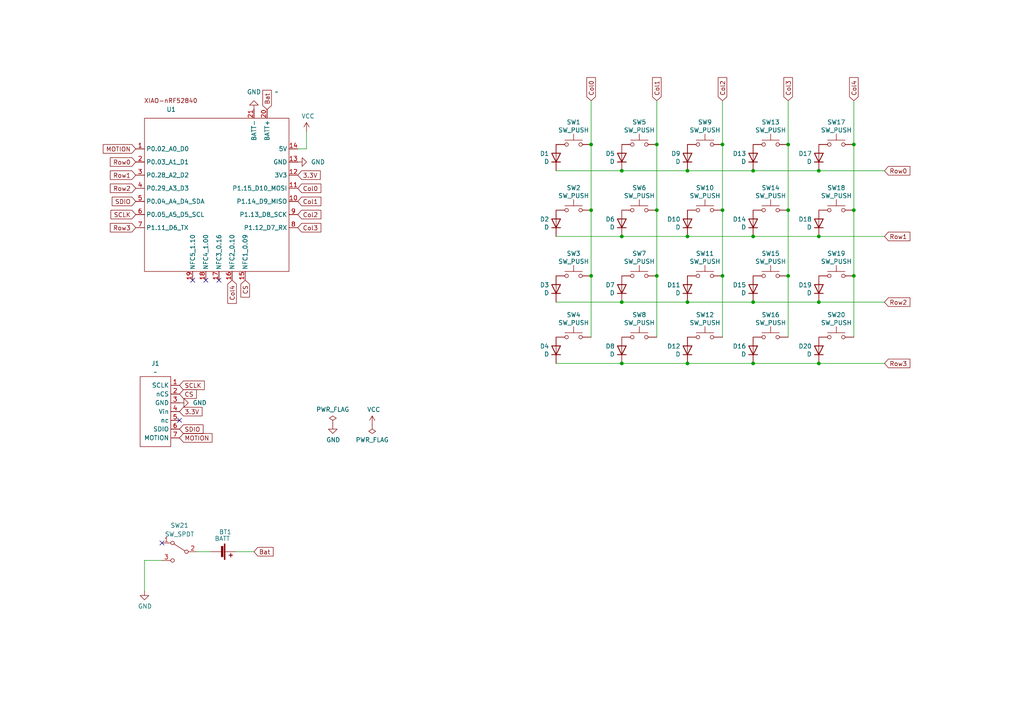
<source format=kicad_sch>
(kicad_sch (version 20250114) (generator "eeschema") (generator_version "9.0")
  (paper "A4")
  (lib_symbols
    (symbol "Device:Battery_Cell" (pin_numbers (hide yes)) (pin_names (offset 0) (hide yes))
      (property "Reference" "BT" (at 2.54 2.54 0))
      (property "Value" "Battery_Cell" (at 2.54 0 0))
      (symbol "Battery_Cell_0_1"
        (rectangle (start -2.286 1.778) (end 2.286 1.524) (fill (type outline)))
        (rectangle (start -1.5748 1.1938) (end 1.4732 0.6858) (fill (type outline)))
        (polyline (pts (xy 0 1.778) (xy 0 2.54)))
        (polyline (pts (xy 0 0.762) (xy 0 0)))
        (polyline (pts (xy 0.508 3.429) (xy 1.524 3.429)) (stroke (width 0.254)))
        (polyline (pts (xy 1.016 3.937) (xy 1.016 2.921)) (stroke (width 0.254)))
      )
      (symbol "Battery_Cell_1_1"
        (pin passive line (at 0 5.08 270) (length 2.54) (name "+") (number "1"))
        (pin passive line (at 0 -2.54 90) (length 2.54) (name "-") (number "2"))
      )
    )
    (symbol "Device:D" (pin_numbers (hide yes)) (pin_names (offset 1.016) (hide yes))
      (property "Reference" "D" (at 0 2.54 0))
      (property "Value" "D" (at 0 -2.54 0))
      (symbol "D_0_1"
        (polyline (pts (xy -1.27 1.27) (xy -1.27 -1.27)) (stroke (width 0.254)))
        (polyline (pts (xy 1.27 1.27) (xy 1.27 -1.27) (xy -1.27 0) (xy 1.27 1.27)) (stroke (width 0.254)))
        (polyline (pts (xy 1.27 0) (xy -1.27 0)))
      )
      (symbol "D_1_1"
        (pin passive line (at -3.81 0 0) (length 2.54) (name "K") (number "1"))
        (pin passive line (at 3.81 0 180) (length 2.54) (name "A") (number "2"))
      )
    )
    (symbol "GND_1" (power) (pin_numbers (hide yes)) (pin_names (offset 0) (hide yes))
      (property "Value" "GND" (at 0 -3.81 0))
      (symbol "GND_1_0_1"
        (polyline (pts (xy 0 0) (xy 0 -1.27) (xy 1.27 -1.27) (xy 0 -2.54) (xy -1.27 -1.27) (xy 0 -1.27)))
      )
      (symbol "GND_1_1_1"
        (pin power_in line (at 0 0 270) (length 0) (name "~") (number "1"))
      )
    )
    (symbol "Switch:SW_Push" (pin_numbers (hide yes)) (pin_names (offset 1.016) (hide yes))
      (property "Reference" "SW" (at 1.27 2.54 0))
      (property "Value" "SW_Push" (at 0 -1.524 0))
      (symbol "SW_Push_0_1"
        (circle (center -2.032 0) (radius 0.508))
        (polyline (pts (xy 0 1.27) (xy 0 3.048)))
        (circle (center 2.032 0) (radius 0.508))
        (polyline (pts (xy 2.54 1.27) (xy -2.54 1.27)))
        (pin passive line (at -5.08 0 0) (length 2.54) (name "1") (number "1"))
        (pin passive line (at 5.08 0 180) (length 2.54) (name "2") (number "2"))
      )
    )
    (symbol "Switch:SW_SPDT" (pin_names (offset 0) (hide yes))
      (property "Reference" "SW" (at 0 4.318 0))
      (property "Value" "SW_SPDT" (at 0 -5.08 0))
      (symbol "SW_SPDT_0_0"
        (circle (center -2.032 0) (radius 0.508))
        (circle (center 2.032 -2.54) (radius 0.508))
      )
      (symbol "SW_SPDT_0_1"
        (polyline (pts (xy -1.524 0.254) (xy 1.651 2.286)))
        (circle (center 2.032 2.54) (radius 0.508))
      )
      (symbol "SW_SPDT_1_1"
        (pin passive line (at -5.08 0 0) (length 2.54) (name "B") (number "2"))
        (pin passive line (at 5.08 2.54 180) (length 2.54) (name "A") (number "1"))
        (pin passive line (at 5.08 -2.54 180) (length 2.54) (name "C") (number "3"))
      )
    )
    (symbol "my:XIAO-nRF52840"
      (property "Reference" "U1" (at 19.05 -3.81 0))
      (property "Value" "~" (at 50.4541 1.27 0))
      (symbol "XIAO-nRF52840_1_1"
        (text "XIAO-nRF52840" (at 20.32 -1.27 0) (effects (font (size 1.27 1.27))))
        (text_box "" (at 12.7 -6.35 0) (size 41.91 -44.45) (margins 1.016 1.016 1.016 1.016) (effects (font (size 1.27 1.27)) (justify left top)))
        (pin unspecified line (at 10.16 -15.24 0) (length 2.54) (name "P0.02_A0_D0") (number "1"))
        (pin unspecified line (at 10.16 -19.05 0) (length 2.54) (name "P0.03_A1_D1") (number "2"))
        (pin unspecified line (at 10.16 -22.86 0) (length 2.54) (name "P0.28_A2_D2") (number "3"))
        (pin unspecified line (at 10.16 -26.67 0) (length 2.54) (name "P0.29_A3_D3") (number "4"))
        (pin unspecified line (at 10.16 -30.48 0) (length 2.54) (name "P0.04_A4_D4_SDA") (number "5"))
        (pin unspecified line (at 10.16 -34.29 0) (length 2.54) (name "P0.05_A5_D5_SCL") (number "6"))
        (pin unspecified line (at 10.16 -38.1 0) (length 2.54) (name "P1.11_D6_TX") (number "7"))
        (pin unspecified line (at 26.67 -53.34 90) (length 2.54) (name "NFC5_1.10") (number "19"))
        (pin unspecified line (at 30.48 -53.34 90) (length 2.54) (name "NFC4_1.00") (number "18"))
        (pin unspecified line (at 34.29 -53.34 90) (length 2.54) (name "NFC3_0.16") (number "17"))
        (pin unspecified line (at 38.1 -53.34 90) (length 2.54) (name "NFC2_0.10") (number "16"))
        (pin unspecified line (at 41.91 -53.34 90) (length 2.54) (name "NFC1_0.09") (number "15"))
        (pin unspecified line (at 44.45 -3.81 270) (length 2.54) (name "BATT-") (number "21"))
        (pin unspecified line (at 48.26 -3.81 270) (length 2.54) (name "BATT+") (number "20"))
        (pin unspecified line (at 57.15 -15.24 180) (length 2.54) (name "5V") (number "14"))
        (pin unspecified line (at 57.15 -19.05 180) (length 2.54) (name "GND") (number "13"))
        (pin unspecified line (at 57.15 -22.86 180) (length 2.54) (name "3V3") (number "12"))
        (pin unspecified line (at 57.15 -26.67 180) (length 2.54) (name "P1.15_D10_MOSI") (number "11"))
        (pin unspecified line (at 57.15 -30.48 180) (length 2.54) (name "P1.14_D9_MISO") (number "10"))
        (pin unspecified line (at 57.15 -34.29 180) (length 2.54) (name "P1.13_D8_SCK") (number "9"))
        (pin unspecified line (at 57.15 -38.1 180) (length 2.54) (name "P1.12_D7_RX") (number "8"))
      )
    )
    (symbol "my:pmw3610_breakout"
      (property "Reference" "J" (at -1.27 1.27 0))
      (symbol "pmw3610_breakout_0_1"
        (rectangle (start -6.35 0) (end 2.54 -20.32))
      )
      (symbol "pmw3610_breakout_1_1"
        (pin unspecified line (at 5.08 -2.54 180) (length 2.54) (name "SCLK") (number "1"))
        (pin unspecified line (at 5.08 -5.08 180) (length 2.54) (name "nCS") (number "2"))
        (pin unspecified line (at 5.08 -7.62 180) (length 2.54) (name "GND") (number "3"))
        (pin unspecified line (at 5.08 -10.16 180) (length 2.54) (name "Vin") (number "4"))
        (pin unspecified line (at 5.08 -12.7 180) (length 2.54) (name "nc") (number "5"))
        (pin unspecified line (at 5.08 -15.24 180) (length 2.54) (name "SDIO") (number "6"))
        (pin unspecified line (at 5.08 -17.78 180) (length 2.54) (name "MOTION") (number "7"))
      )
    )
    (symbol "power:GND" (power) (pin_names (offset 0))
      (property "Value" "GND" (at 0 -3.81 0))
      (symbol "GND_0_1"
        (polyline (pts (xy 0 0) (xy 0 -1.27) (xy 1.27 -1.27) (xy 0 -2.54) (xy -1.27 -1.27) (xy 0 -1.27)))
      )
      (symbol "GND_1_1"
        (pin power_in line (at 0 0 270) (length 0) (hide yes) (name "GND") (number "1"))
      )
    )
    (symbol "power:PWR_FLAG" (power) (pin_numbers (hide yes)) (pin_names (offset 0) (hide yes))
      (property "Value" "PWR_FLAG" (at 0 3.81 0))
      (symbol "PWR_FLAG_0_0"
        (pin power_out line (at 0 0 90) (length 0) (name "pwr") (number "1"))
      )
      (symbol "PWR_FLAG_0_1"
        (polyline (pts (xy 0 0) (xy 0 1.27) (xy -1.016 1.905) (xy 0 2.54) (xy 1.016 1.905) (xy 0 1.27)))
      )
    )
    (symbol "power:VCC" (power) (pin_names (offset 0))
      (property "Value" "VCC" (at 0 3.81 0))
      (symbol "VCC_0_1"
        (polyline (pts (xy -0.762 1.27) (xy 0 2.54)))
        (polyline (pts (xy 0 2.54) (xy 0.762 1.27)))
        (polyline (pts (xy 0 0) (xy 0 2.54)))
      )
      (symbol "VCC_1_1"
        (pin power_in line (at 0 0 90) (length 0) (hide yes) (name "VCC") (number "1"))
      )
    )
  )
  (junction (at 209.55 60.96))
  (junction (at 190.5 60.96))
  (junction (at 237.49 105.41))
  (junction (at 180.34 49.53))
  (junction (at 171.45 41.91))
  (junction (at 190.5 41.91))
  (junction (at 237.49 49.53))
  (junction (at 218.44 87.63))
  (junction (at 228.6 60.96))
  (junction (at 237.49 68.58))
  (junction (at 228.6 41.91))
  (junction (at 218.44 49.53))
  (junction (at 218.44 105.41))
  (junction (at 247.65 41.91))
  (junction (at 237.49 87.63))
  (junction (at 199.39 87.63))
  (junction (at 171.45 80.01))
  (junction (at 199.39 105.41))
  (junction (at 180.34 87.63))
  (junction (at 180.34 68.58))
  (junction (at 209.55 41.91))
  (junction (at 199.39 49.53))
  (junction (at 247.65 80.01))
  (junction (at 190.5 80.01))
  (junction (at 218.44 68.58))
  (junction (at 228.6 80.01))
  (junction (at 180.34 105.41))
  (junction (at 199.39 68.58))
  (junction (at 247.65 60.96))
  (junction (at 171.45 60.96))
  (junction (at 209.55 80.01))
  (no_connect (at 46.99 157.48))
  (no_connect (at 52.07 121.92))
  (no_connect (at 55.88 81.28))
  (no_connect (at 59.69 81.28))
  (no_connect (at 63.5 81.28))
  (wire (pts (xy 237.49 87.63) (xy 256.54 87.63)))
  (wire (pts (xy 218.44 87.63) (xy 199.39 87.63)))
  (wire (pts (xy 218.44 68.58) (xy 199.39 68.58)))
  (wire (pts (xy 180.34 87.63) (xy 161.29 87.63)))
  (wire (pts (xy 190.5 29.21) (xy 190.5 41.91)))
  (wire (pts (xy 68.58 160.02) (xy 73.66 160.02)))
  (wire (pts (xy 57.15 160.02) (xy 60.96 160.02)))
  (wire (pts (xy 237.49 49.53) (xy 218.44 49.53)))
  (wire (pts (xy 199.39 49.53) (xy 180.34 49.53)))
  (wire (pts (xy 209.55 80.01) (xy 209.55 97.79)))
  (wire (pts (xy 209.55 29.21) (xy 209.55 41.91)))
  (wire (pts (xy 41.91 162.56) (xy 41.91 171.45)))
  (wire (pts (xy 180.34 105.41) (xy 161.29 105.41)))
  (wire (pts (xy 88.9 43.18) (xy 88.9 38.1)))
  (wire (pts (xy 247.65 80.01) (xy 247.65 97.79)))
  (wire (pts (xy 46.99 162.56) (xy 41.91 162.56)))
  (wire (pts (xy 237.49 68.58) (xy 218.44 68.58)))
  (wire (pts (xy 171.45 60.96) (xy 171.45 80.01)))
  (wire (pts (xy 228.6 29.21) (xy 228.6 41.91)))
  (wire (pts (xy 199.39 105.41) (xy 180.34 105.41)))
  (wire (pts (xy 228.6 41.91) (xy 228.6 60.96)))
  (wire (pts (xy 171.45 41.91) (xy 171.45 60.96)))
  (wire (pts (xy 218.44 105.41) (xy 199.39 105.41)))
  (wire (pts (xy 237.49 49.53) (xy 256.54 49.53)))
  (wire (pts (xy 209.55 60.96) (xy 209.55 80.01)))
  (wire (pts (xy 180.34 68.58) (xy 161.29 68.58)))
  (wire (pts (xy 199.39 68.58) (xy 180.34 68.58)))
  (wire (pts (xy 86.36 43.18) (xy 88.9 43.18)))
  (wire (pts (xy 228.6 80.01) (xy 228.6 97.79)))
  (wire (pts (xy 218.44 49.53) (xy 199.39 49.53)))
  (wire (pts (xy 237.49 105.41) (xy 218.44 105.41)))
  (wire (pts (xy 171.45 29.21) (xy 171.45 41.91)))
  (wire (pts (xy 247.65 60.96) (xy 247.65 80.01)))
  (wire (pts (xy 209.55 41.91) (xy 209.55 60.96)))
  (wire (pts (xy 256.54 105.41) (xy 237.49 105.41)))
  (wire (pts (xy 190.5 41.91) (xy 190.5 60.96)))
  (wire (pts (xy 247.65 41.91) (xy 247.65 60.96)))
  (wire (pts (xy 247.65 29.21) (xy 247.65 41.91)))
  (wire (pts (xy 237.49 87.63) (xy 218.44 87.63)))
  (wire (pts (xy 171.45 80.01) (xy 171.45 97.79)))
  (wire (pts (xy 190.5 60.96) (xy 190.5 80.01)))
  (wire (pts (xy 180.34 49.53) (xy 161.29 49.53)))
  (wire (pts (xy 228.6 60.96) (xy 228.6 80.01)))
  (wire (pts (xy 199.39 87.63) (xy 180.34 87.63)))
  (wire (pts (xy 190.5 80.01) (xy 190.5 97.79)))
  (wire (pts (xy 237.49 68.58) (xy 256.54 68.58)))
  (global_label "Row2" (shape input) (at 256.54 87.63 0) (property "Intersheetrefs" "${INTERSHEET_REFS}" (effects (hide yes))))
  (global_label "Row1" (shape input) (at 256.54 68.58 0) (property "Intersheetrefs" "${INTERSHEET_REFS}" (effects (hide yes))))
  (global_label "Col3" (shape input) (at 228.6 29.21 90) (property "Intersheetrefs" "${INTERSHEET_REFS}" (effects (hide yes))))
  (global_label "3.3V" (shape input) (at 52.07 119.38 0) (property "Intersheetrefs" "${INTERSHEET_REFS}" (effects (hide yes))))
  (global_label "CS" (shape input) (at 52.07 114.3 0) (property "Intersheetrefs" "${INTERSHEET_REFS}" (effects (hide yes))))
  (global_label "MOTION" (shape input) (at 52.07 127 0) (property "Intersheetrefs" "${INTERSHEET_REFS}" (effects (hide yes))))
  (global_label "Col1" (shape input) (at 86.36 58.42 0) (property "Intersheetrefs" "${INTERSHEET_REFS}" (effects (hide yes))))
  (global_label "3.3V" (shape input) (at 86.36 50.8 0) (property "Intersheetrefs" "${INTERSHEET_REFS}" (effects (hide yes))))
  (global_label "Bat" (shape input) (at 77.47 31.75 90) (property "Intersheetrefs" "${INTERSHEET_REFS}" (effects (hide yes))))
  (global_label "Row0" (shape input) (at 256.54 49.53 0) (property "Intersheetrefs" "${INTERSHEET_REFS}" (effects (hide yes))))
  (global_label "Col3" (shape input) (at 86.36 66.04 0) (property "Intersheetrefs" "${INTERSHEET_REFS}" (effects (hide yes))))
  (global_label "Row0" (shape input) (at 39.37 46.99 180) (property "Intersheetrefs" "${INTERSHEET_REFS}" (effects (hide yes))))
  (global_label "Row3" (shape input) (at 256.54 105.41 0) (property "Intersheetrefs" "${INTERSHEET_REFS}" (effects (hide yes))))
  (global_label "MOTION" (shape input) (at 39.37 43.18 180) (property "Intersheetrefs" "${INTERSHEET_REFS}" (effects (hide yes))))
  (global_label "SDIO" (shape input) (at 52.07 124.46 0) (property "Intersheetrefs" "${INTERSHEET_REFS}" (effects (hide yes))))
  (global_label "Row3" (shape input) (at 39.37 66.04 180) (property "Intersheetrefs" "${INTERSHEET_REFS}" (effects (hide yes))))
  (global_label "SCLK" (shape input) (at 39.37 62.23 180) (property "Intersheetrefs" "${INTERSHEET_REFS}" (effects (hide yes))))
  (global_label "Col4" (shape input) (at 247.65 29.21 90) (property "Intersheetrefs" "${INTERSHEET_REFS}" (effects (hide yes))))
  (global_label "Row2" (shape input) (at 39.37 54.61 180) (property "Intersheetrefs" "${INTERSHEET_REFS}" (effects (hide yes))))
  (global_label "Col0" (shape input) (at 86.36 54.61 0) (property "Intersheetrefs" "${INTERSHEET_REFS}" (effects (hide yes))))
  (global_label "Col2" (shape input) (at 209.55 29.21 90) (property "Intersheetrefs" "${INTERSHEET_REFS}" (effects (hide yes))))
  (global_label "Col2" (shape input) (at 86.36 62.23 0) (property "Intersheetrefs" "${INTERSHEET_REFS}" (effects (hide yes))))
  (global_label "Row1" (shape input) (at 39.37 50.8 180) (property "Intersheetrefs" "${INTERSHEET_REFS}" (effects (hide yes))))
  (global_label "Bat" (shape input) (at 73.66 160.02 0) (property "Intersheetrefs" "${INTERSHEET_REFS}" (effects (hide yes))))
  (global_label "Col4" (shape input) (at 67.31 81.28 270) (property "Intersheetrefs" "${INTERSHEET_REFS}" (effects (hide yes))))
  (global_label "SCLK" (shape input) (at 52.07 111.76 0) (property "Intersheetrefs" "${INTERSHEET_REFS}" (effects (hide yes))))
  (global_label "CS" (shape input) (at 71.12 81.28 270) (property "Intersheetrefs" "${INTERSHEET_REFS}" (effects (hide yes))))
  (global_label "Col1" (shape input) (at 190.5 29.21 90) (property "Intersheetrefs" "${INTERSHEET_REFS}" (effects (hide yes))))
  (global_label "SDIO" (shape input) (at 39.37 58.42 180) (property "Intersheetrefs" "${INTERSHEET_REFS}" (effects (hide yes))))
  (global_label "Col0" (shape input) (at 171.45 29.21 90) (property "Intersheetrefs" "${INTERSHEET_REFS}" (effects (hide yes))))
  (symbol (lib_id "power:VCC") (at 88.9 38.1 0) (unit 1)
    (property "Reference" "#PWR05" (effects (hide yes)))
    (property "Value" "VCC" (at 89.3318 33.7058 0))
  )
  (symbol (lib_id "Device:D") (at 237.49 101.6 270) (mirror x) (unit 1)
    (property "Reference" "D20" (at 235.4834 100.4316 90) (effects (justify right)))
    (property "Value" "D" (at 235.4834 102.743 90) (effects (justify right)))
    (property "Footprint" "roBa:Diode_SMD" (effects (hide yes)))
    (property "LCSC" "C2099" (effects (hide yes)))
  )
  (symbol (lib_id "Switch:SW_Push") (at 204.47 80.01 0) (mirror y) (unit 1)
    (property "Reference" "SW11" (at 204.47 73.533 0))
    (property "Value" "SW_PUSH" (at 204.47 75.8444 0))
    (property "Footprint" "roBa:SW_MX" (effects (hide yes)))
    (property "LCSC" "C5333465" (effects (hide yes)))
  )
  (symbol (lib_id "Device:D") (at 199.39 64.77 270) (mirror x) (unit 1)
    (property "Reference" "D10" (at 197.3834 63.6016 90) (effects (justify right)))
    (property "Value" "D" (at 197.3834 65.913 90) (effects (justify right)))
    (property "Footprint" "roBa:Diode_SMD" (effects (hide yes)))
    (property "LCSC" "C2099" (effects (hide yes)))
  )
  (symbol (lib_id "Switch:SW_Push") (at 223.52 80.01 0) (mirror y) (unit 1)
    (property "Reference" "SW15" (at 223.52 73.533 0))
    (property "Value" "SW_PUSH" (at 223.52 75.8444 0))
    (property "Footprint" "roBa:SW_MX" (effects (hide yes)))
    (property "LCSC" "C5333465" (effects (hide yes)))
  )
  (symbol (lib_id "Switch:SW_Push") (at 223.52 97.79 0) (mirror y) (unit 1)
    (property "Reference" "SW16" (at 223.52 91.313 0))
    (property "Value" "SW_PUSH" (at 223.52 93.6244 0))
    (property "Footprint" "roBa:SW_MX_Choc" (effects (hide yes)))
    (property "LCSC" "C5333465" (effects (hide yes)))
  )
  (symbol (lib_id "Device:D") (at 218.44 83.82 270) (mirror x) (unit 1)
    (property "Reference" "D15" (at 216.4334 82.6516 90) (effects (justify right)))
    (property "Value" "D" (at 216.4334 84.963 90) (effects (justify right)))
    (property "Footprint" "roBa:Diode_SMD" (effects (hide yes)))
    (property "LCSC" "C2099" (effects (hide yes)))
  )
  (symbol (lib_id "Device:D") (at 237.49 83.82 270) (mirror x) (unit 1)
    (property "Reference" "D19" (at 235.4834 82.6516 90) (effects (justify right)))
    (property "Value" "D" (at 235.4834 84.963 90) (effects (justify right)))
    (property "Footprint" "roBa:Diode_SMD" (effects (hide yes)))
    (property "LCSC" "C2099" (effects (hide yes)))
  )
  (symbol (lib_id "Device:D") (at 161.29 45.72 270) (mirror x) (unit 1)
    (property "Reference" "D1" (at 159.2834 44.5516 90) (effects (justify right)))
    (property "Value" "D" (at 159.2834 46.863 90) (effects (justify right)))
    (property "Footprint" "roBa:Diode_SMD" (effects (hide yes)))
    (property "LCSC" "C2099" (effects (hide yes)))
  )
  (symbol (lib_id "Switch:SW_Push") (at 223.52 60.96 0) (mirror y) (unit 1)
    (property "Reference" "SW14" (at 223.52 54.483 0))
    (property "Value" "SW_PUSH" (at 223.52 56.7944 0))
    (property "Footprint" "roBa:SW_MX" (effects (hide yes)))
    (property "LCSC" "C5333465" (effects (hide yes)))
  )
  (symbol (lib_id "Switch:SW_Push") (at 166.37 60.96 0) (mirror y) (unit 1)
    (property "Reference" "SW2" (at 166.37 54.483 0))
    (property "Value" "SW_PUSH" (at 166.37 56.7944 0))
    (property "Footprint" "roBa:SW_MX" (effects (hide yes)))
    (property "LCSC" "C5333465" (effects (hide yes)))
  )
  (symbol (lib_id "Switch:SW_Push") (at 204.47 97.79 0) (mirror y) (unit 1)
    (property "Reference" "SW12" (at 204.47 91.313 0))
    (property "Value" "SW_PUSH" (at 204.47 93.6244 0))
    (property "Footprint" "roBa:SW_MX_Choc" (effects (hide yes)))
    (property "LCSC" "C5333465" (effects (hide yes)))
  )
  (symbol (lib_id "Device:D") (at 161.29 83.82 270) (mirror x) (unit 1)
    (property "Reference" "D3" (at 159.2834 82.6516 90) (effects (justify right)))
    (property "Value" "D" (at 159.2834 84.963 90) (effects (justify right)))
    (property "Footprint" "roBa:Diode_SMD" (effects (hide yes)))
    (property "LCSC" "C2099" (effects (hide yes)))
  )
  (symbol (lib_name "GND_1") (lib_id "power:GND") (at 73.66 31.75 180) (unit 1)
    (property "Reference" "#PWR03" (effects (hide yes)))
    (property "Value" "GND" (at 73.66 26.67 0))
    (property "Description" "Power symbol creates a global label with name \"GND\" , ground" (effects (hide yes)))
  )
  (symbol (lib_id "Device:D") (at 199.39 45.72 270) (mirror x) (unit 1)
    (property "Reference" "D9" (at 197.3834 44.5516 90) (effects (justify right)))
    (property "Value" "D" (at 197.3834 46.863 90) (effects (justify right)))
    (property "Footprint" "roBa:Diode_SMD" (effects (hide yes)))
    (property "LCSC" "C2099" (effects (hide yes)))
  )
  (symbol (lib_id "Device:D") (at 218.44 45.72 270) (mirror x) (unit 1)
    (property "Reference" "D13" (at 216.4334 44.5516 90) (effects (justify right)))
    (property "Value" "D" (at 216.4334 46.863 90) (effects (justify right)))
    (property "Footprint" "roBa:Diode_SMD" (effects (hide yes)))
    (property "LCSC" "C2099" (effects (hide yes)))
  )
  (symbol (lib_id "Device:D") (at 199.39 101.6 270) (mirror x) (unit 1)
    (property "Reference" "D12" (at 197.3834 100.4316 90) (effects (justify right)))
    (property "Value" "D" (at 197.3834 102.743 90) (effects (justify right)))
    (property "Footprint" "roBa:Diode_SMD" (effects (hide yes)))
    (property "LCSC" "C2099" (effects (hide yes)))
  )
  (symbol (lib_name "GND_1") (lib_id "power:GND") (at 52.07 116.84 90) (unit 1)
    (property "Reference" "#PWR02" (effects (hide yes)))
    (property "Value" "GND" (at 55.88 116.8399 90) (effects (justify right)))
    (property "Description" "Power symbol creates a global label with name \"GND\" , ground" (effects (hide yes)))
  )
  (symbol (lib_id "Device:D") (at 218.44 64.77 270) (mirror x) (unit 1)
    (property "Reference" "D14" (at 216.4334 63.6016 90) (effects (justify right)))
    (property "Value" "D" (at 216.4334 65.913 90) (effects (justify right)))
    (property "Footprint" "roBa:Diode_SMD" (effects (hide yes)))
    (property "LCSC" "C2099" (effects (hide yes)))
  )
  (symbol (lib_id "my:XIAO-nRF52840") (at 29.21 27.94 0) (unit 1)
    (property "Reference" "U1" (at 48.26 31.75 0) (effects (justify left)))
    (property "Value" "~" (at 79.6641 26.67 0) (effects (justify left)))
    (property "Footprint" "roBa:XIAO_nRF52840_wBAT_wNFC_1" (effects (hide yes)))
  )
  (symbol (lib_id "Switch:SW_Push") (at 166.37 80.01 0) (mirror y) (unit 1)
    (property "Reference" "SW3" (at 166.37 73.533 0))
    (property "Value" "SW_PUSH" (at 166.37 75.8444 0))
    (property "Footprint" "roBa:SW_MX" (effects (hide yes)))
    (property "LCSC" "C5333465" (effects (hide yes)))
  )
  (symbol (lib_id "Switch:SW_Push") (at 166.37 41.91 0) (mirror y) (unit 1)
    (property "Reference" "SW1" (at 166.37 35.433 0))
    (property "Value" "SW_PUSH" (at 166.37 37.7444 0))
    (property "Footprint" "roBa:SW_MX" (effects (hide yes)))
    (property "LCSC" "C5333465" (effects (hide yes)))
  )
  (symbol (lib_id "Switch:SW_Push") (at 223.52 41.91 0) (mirror y) (unit 1)
    (property "Reference" "SW13" (at 223.52 35.433 0))
    (property "Value" "SW_PUSH" (at 223.52 37.7444 0))
    (property "Footprint" "roBa:SW_MX" (effects (hide yes)))
    (property "LCSC" "C5333465" (effects (hide yes)))
  )
  (symbol (lib_id "Switch:SW_Push") (at 166.37 97.79 0) (mirror y) (unit 1)
    (property "Reference" "SW4" (at 166.37 91.313 0))
    (property "Value" "SW_PUSH" (at 166.37 93.6244 0))
    (property "Footprint" "roBa:SW_MX" (effects (hide yes)))
    (property "LCSC" "C5333465" (effects (hide yes)))
  )
  (symbol (lib_id "Switch:SW_SPDT") (at 52.07 160.02 0) (mirror y) (unit 1)
    (property "Reference" "SW21" (at 52.07 152.4 0))
    (property "Value" "SW_SPDT" (at 52.07 154.94 0))
    (property "Footprint" "roBa:TGSW_MSK-12D19" (effects (hide yes)))
    (property "LCSC" "C9900027986" (effects (hide yes)))
  )
  (symbol (lib_id "Switch:SW_Push") (at 242.57 60.96 0) (mirror y) (unit 1)
    (property "Reference" "SW18" (at 242.57 54.483 0))
    (property "Value" "SW_PUSH" (at 242.57 56.7944 0))
    (property "Footprint" "roBa:SW_MX" (effects (hide yes)))
    (property "LCSC" "C5333465" (effects (hide yes)))
  )
  (symbol (lib_id "Device:D") (at 180.34 83.82 270) (mirror x) (unit 1)
    (property "Reference" "D7" (at 178.3334 82.6516 90) (effects (justify right)))
    (property "Value" "D" (at 178.3334 84.963 90) (effects (justify right)))
    (property "Footprint" "roBa:Diode_SMD" (effects (hide yes)))
    (property "LCSC" "C2099" (effects (hide yes)))
  )
  (symbol (lib_id "Switch:SW_Push") (at 204.47 41.91 0) (mirror y) (unit 1)
    (property "Reference" "SW9" (at 204.47 35.433 0))
    (property "Value" "SW_PUSH" (at 204.47 37.7444 0))
    (property "Footprint" "roBa:SW_MX" (effects (hide yes)))
    (property "LCSC" "C5333465" (effects (hide yes)))
  )
  (symbol (lib_id "Device:D") (at 237.49 45.72 270) (mirror x) (unit 1)
    (property "Reference" "D17" (at 235.4834 44.5516 90) (effects (justify right)))
    (property "Value" "D" (at 235.4834 46.863 90) (effects (justify right)))
    (property "Footprint" "roBa:Diode_SMD" (effects (hide yes)))
    (property "LCSC" "C2099" (effects (hide yes)))
  )
  (symbol (lib_name "GND_1") (lib_id "power:GND") (at 86.36 46.99 90) (unit 1)
    (property "Reference" "#PWR04" (effects (hide yes)))
    (property "Value" "GND" (at 90.17 46.9899 90) (effects (justify right)))
    (property "Description" "Power symbol creates a global label with name \"GND\" , ground" (effects (hide yes)))
  )
  (symbol (lib_id "Switch:SW_Push") (at 242.57 80.01 0) (mirror y) (unit 1)
    (property "Reference" "SW19" (at 242.57 73.533 0))
    (property "Value" "SW_PUSH" (at 242.57 75.8444 0))
    (property "Footprint" "roBa:SW_MX" (effects (hide yes)))
    (property "LCSC" "C5333465" (effects (hide yes)))
  )
  (symbol (lib_id "Device:D") (at 161.29 64.77 270) (mirror x) (unit 1)
    (property "Reference" "D2" (at 159.2834 63.6016 90) (effects (justify right)))
    (property "Value" "D" (at 159.2834 65.913 90) (effects (justify right)))
    (property "Footprint" "roBa:Diode_SMD" (effects (hide yes)))
    (property "LCSC" "C2099" (effects (hide yes)))
  )
  (symbol (lib_id "Switch:SW_Push") (at 204.47 60.96 0) (mirror y) (unit 1)
    (property "Reference" "SW10" (at 204.47 54.483 0))
    (property "Value" "SW_PUSH" (at 204.47 56.7944 0))
    (property "Footprint" "roBa:SW_MX" (effects (hide yes)))
    (property "LCSC" "C5333465" (effects (hide yes)))
  )
  (symbol (lib_id "Switch:SW_Push") (at 185.42 97.79 0) (mirror y) (unit 1)
    (property "Reference" "SW8" (at 185.42 91.313 0))
    (property "Value" "SW_PUSH" (at 185.42 93.6244 0))
    (property "Footprint" "roBa:SW_MX" (effects (hide yes)))
    (property "LCSC" "C5333465" (effects (hide yes)))
  )
  (symbol (lib_id "power:GND") (at 96.52 123.19 0) (unit 1)
    (property "Reference" "#PWR06" (effects (hide yes)))
    (property "Value" "GND" (at 96.647 127.5842 0))
  )
  (symbol (lib_id "Switch:SW_Push") (at 242.57 97.79 0) (mirror y) (unit 1)
    (property "Reference" "SW20" (at 242.57 91.313 0))
    (property "Value" "SW_PUSH" (at 242.57 93.6244 0))
    (property "Footprint" "roBa:SW_MX" (effects (hide yes)))
    (property "LCSC" "C5333465" (effects (hide yes)))
  )
  (symbol (lib_id "Device:Battery_Cell") (at 63.5 160.02 270) (unit 1)
    (property "Reference" "BT1" (at 63.5 154.305 90) (effects (justify left)))
    (property "Value" "BATT" (at 62.23 156.21 90) (effects (justify left)))
    (property "Footprint" "roBa:JST_S2B-PH-SM4-TB" (effects (hide yes)))
  )
  (symbol (lib_id "Device:D") (at 180.34 64.77 270) (mirror x) (unit 1)
    (property "Reference" "D6" (at 178.3334 63.6016 90) (effects (justify right)))
    (property "Value" "D" (at 178.3334 65.913 90) (effects (justify right)))
    (property "Footprint" "roBa:Diode_SMD" (effects (hide yes)))
    (property "LCSC" "C2099" (effects (hide yes)))
  )
  (symbol (lib_id "Device:D") (at 218.44 101.6 270) (mirror x) (unit 1)
    (property "Reference" "D16" (at 216.4334 100.4316 90) (effects (justify right)))
    (property "Value" "D" (at 216.4334 102.743 90) (effects (justify right)))
    (property "Footprint" "roBa:Diode_SMD" (effects (hide yes)))
    (property "LCSC" "C2099" (effects (hide yes)))
  )
  (symbol (lib_id "Switch:SW_Push") (at 185.42 41.91 0) (mirror y) (unit 1)
    (property "Reference" "SW5" (at 185.42 35.433 0))
    (property "Value" "SW_PUSH" (at 185.42 37.7444 0))
    (property "Footprint" "roBa:SW_MX" (effects (hide yes)))
    (property "LCSC" "C5333465" (effects (hide yes)))
  )
  (symbol (lib_id "my:pmw3610_breakout") (at 46.99 109.22 0) (unit 1)
    (property "Reference" "J1" (at 45.085 105.41 0))
    (property "Value" "~" (at 45.085 107.95 0))
    (property "Footprint" "roBa:pmw3610_connector" (effects (hide yes)))
  )
  (symbol (lib_id "Switch:SW_Push") (at 185.42 60.96 0) (mirror y) (unit 1)
    (property "Reference" "SW6" (at 185.42 54.483 0))
    (property "Value" "SW_PUSH" (at 185.42 56.7944 0))
    (property "Footprint" "roBa:SW_MX" (effects (hide yes)))
    (property "LCSC" "C5333465" (effects (hide yes)))
  )
  (symbol (lib_id "Device:D") (at 161.29 101.6 270) (mirror x) (unit 1)
    (property "Reference" "D4" (at 159.2834 100.4316 90) (effects (justify right)))
    (property "Value" "D" (at 159.2834 102.743 90) (effects (justify right)))
    (property "Footprint" "roBa:Diode_SMD" (effects (hide yes)))
    (property "LCSC" "C2099" (effects (hide yes)))
  )
  (symbol (lib_id "Device:D") (at 237.49 64.77 270) (mirror x) (unit 1)
    (property "Reference" "D18" (at 235.4834 63.6016 90) (effects (justify right)))
    (property "Value" "D" (at 235.4834 65.913 90) (effects (justify right)))
    (property "Footprint" "roBa:Diode_SMD" (effects (hide yes)))
    (property "LCSC" "C2099" (effects (hide yes)))
  )
  (symbol (lib_id "power:VCC") (at 107.95 123.19 0) (unit 1)
    (property "Reference" "#PWR07" (effects (hide yes)))
    (property "Value" "VCC" (at 108.3818 118.7958 0))
  )
  (symbol (lib_id "power:PWR_FLAG") (at 107.95 123.19 180) (unit 1)
    (property "Reference" "#FLG02" (effects (hide yes)))
    (property "Value" "PWR_FLAG" (at 107.95 127.5842 0))
  )
  (symbol (lib_id "power:GND") (at 41.91 171.45 0) (unit 1)
    (property "Reference" "#PWR01" (effects (hide yes)))
    (property "Value" "GND" (at 42.037 175.8442 0))
  )
  (symbol (lib_id "Device:D") (at 199.39 83.82 270) (mirror x) (unit 1)
    (property "Reference" "D11" (at 197.3834 82.6516 90) (effects (justify right)))
    (property "Value" "D" (at 197.3834 84.963 90) (effects (justify right)))
    (property "Footprint" "roBa:Diode_SMD" (effects (hide yes)))
    (property "LCSC" "C2099" (effects (hide yes)))
  )
  (symbol (lib_id "Device:D") (at 180.34 101.6 270) (mirror x) (unit 1)
    (property "Reference" "D8" (at 178.3334 100.4316 90) (effects (justify right)))
    (property "Value" "D" (at 178.3334 102.743 90) (effects (justify right)))
    (property "Footprint" "roBa:Diode_SMD" (effects (hide yes)))
    (property "LCSC" "C2099" (effects (hide yes)))
  )
  (symbol (lib_id "Switch:SW_Push") (at 185.42 80.01 0) (mirror y) (unit 1)
    (property "Reference" "SW7" (at 185.42 73.533 0))
    (property "Value" "SW_PUSH" (at 185.42 75.8444 0))
    (property "Footprint" "roBa:SW_MX" (effects (hide yes)))
    (property "LCSC" "C5333465" (effects (hide yes)))
  )
  (symbol (lib_id "power:PWR_FLAG") (at 96.52 123.19 0) (unit 1)
    (property "Reference" "#FLG01" (effects (hide yes)))
    (property "Value" "PWR_FLAG" (at 96.52 118.7704 0))
  )
  (symbol (lib_id "Switch:SW_Push") (at 242.57 41.91 0) (mirror y) (unit 1)
    (property "Reference" "SW17" (at 242.57 35.433 0))
    (property "Value" "SW_PUSH" (at 242.57 37.7444 0))
    (property "Footprint" "roBa:SW_MX" (effects (hide yes)))
    (property "LCSC" "C5333465" (effects (hide yes)))
  )
  (symbol (lib_id "Device:D") (at 180.34 45.72 270) (mirror x) (unit 1)
    (property "Reference" "D5" (at 178.3334 44.5516 90) (effects (justify right)))
    (property "Value" "D" (at 178.3334 46.863 90) (effects (justify right)))
    (property "Footprint" "roBa:Diode_SMD" (effects (hide yes)))
    (property "LCSC" "C2099" (effects (hide yes)))
  )
)
</source>
